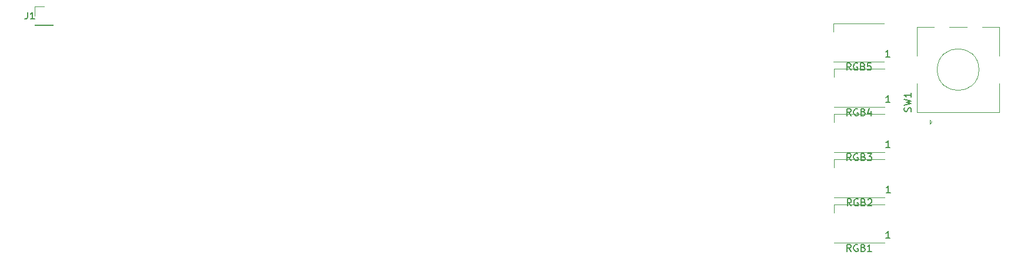
<source format=gto>
G04 #@! TF.GenerationSoftware,KiCad,Pcbnew,5.1.8-db9833491~87~ubuntu20.04.1*
G04 #@! TF.CreationDate,2020-11-06T21:32:35-08:00*
G04 #@! TF.ProjectId,Program Yoink,50726f67-7261-46d2-9059-6f696e6b2e6b,rev?*
G04 #@! TF.SameCoordinates,Original*
G04 #@! TF.FileFunction,Legend,Top*
G04 #@! TF.FilePolarity,Positive*
%FSLAX46Y46*%
G04 Gerber Fmt 4.6, Leading zero omitted, Abs format (unit mm)*
G04 Created by KiCad (PCBNEW 5.1.8-db9833491~87~ubuntu20.04.1) date 2020-11-06 21:32:35*
%MOMM*%
%LPD*%
G01*
G04 APERTURE LIST*
%ADD10C,0.120000*%
%ADD11C,0.150000*%
%ADD12C,0.752000*%
%ADD13O,1.102000X2.202000*%
%ADD14O,1.102000X1.702000*%
%ADD15C,4.089800*%
%ADD16C,1.852000*%
%ADD17C,2.102000*%
%ADD18C,3.150000*%
G04 APERTURE END LIST*
D10*
X-21777000Y259775000D02*
X-20447000Y259775000D01*
X-21777000Y258445000D02*
X-21777000Y259775000D01*
X-21777000Y257175000D02*
X-19117000Y257175000D01*
X-19117000Y257175000D02*
X-19117000Y257115000D01*
X-21777000Y257175000D02*
X-21777000Y257115000D01*
X-21777000Y257115000D02*
X-19117000Y257115000D01*
X111138400Y250198000D02*
X111138400Y251198000D01*
X110638400Y250698000D02*
X111638400Y250698000D01*
X114638400Y256798000D02*
X117038400Y256798000D01*
X109838400Y256798000D02*
X112438400Y256798000D01*
X105238400Y256798000D02*
X107638400Y256798000D01*
X107038400Y243498000D02*
X107338400Y243198000D01*
X107038400Y242898000D02*
X107038400Y243498000D01*
X107338400Y243198000D02*
X107038400Y242898000D01*
X105238400Y244598000D02*
X117038400Y244598000D01*
X105238400Y248698000D02*
X105238400Y244598000D01*
X117038400Y248698000D02*
X117038400Y244598000D01*
X117038400Y256798000D02*
X117038400Y252698000D01*
X105238400Y252698000D02*
X105238400Y256798000D01*
X114138400Y250698000D02*
G75*
G03*
X114138400Y250698000I-3000000J0D01*
G01*
X100514000Y251834000D02*
X93214000Y251834000D01*
X100514000Y257334000D02*
X93214000Y257334000D01*
X93214000Y257334000D02*
X93214000Y256184000D01*
X100551000Y245281000D02*
X93251000Y245281000D01*
X100551000Y250781000D02*
X93251000Y250781000D01*
X93251000Y250781000D02*
X93251000Y249631000D01*
X100551000Y238804000D02*
X93251000Y238804000D01*
X100551000Y244304000D02*
X93251000Y244304000D01*
X93251000Y244304000D02*
X93251000Y243154000D01*
X100588000Y232276000D02*
X93288000Y232276000D01*
X100588000Y237776000D02*
X93288000Y237776000D01*
X93288000Y237776000D02*
X93288000Y236626000D01*
X100551000Y225723000D02*
X93251000Y225723000D01*
X100551000Y231223000D02*
X93251000Y231223000D01*
X93251000Y231223000D02*
X93251000Y230073000D01*
D11*
X-22812333Y258992619D02*
X-22812333Y258278333D01*
X-22859952Y258135476D01*
X-22955190Y258040238D01*
X-23098047Y257992619D01*
X-23193285Y257992619D01*
X-21812333Y257992619D02*
X-22383761Y257992619D01*
X-22098047Y257992619D02*
X-22098047Y258992619D01*
X-22193285Y258849761D01*
X-22288523Y258754523D01*
X-22383761Y258706904D01*
X104343161Y244664666D02*
X104390780Y244807523D01*
X104390780Y245045619D01*
X104343161Y245140857D01*
X104295542Y245188476D01*
X104200304Y245236095D01*
X104105066Y245236095D01*
X104009828Y245188476D01*
X103962209Y245140857D01*
X103914590Y245045619D01*
X103866971Y244855142D01*
X103819352Y244759904D01*
X103771733Y244712285D01*
X103676495Y244664666D01*
X103581257Y244664666D01*
X103486019Y244712285D01*
X103438400Y244759904D01*
X103390780Y244855142D01*
X103390780Y245093238D01*
X103438400Y245236095D01*
X103390780Y245569428D02*
X104390780Y245807523D01*
X103676495Y245998000D01*
X104390780Y246188476D01*
X103390780Y246426571D01*
X104390780Y247331333D02*
X104390780Y246759904D01*
X104390780Y247045619D02*
X103390780Y247045619D01*
X103533638Y246950380D01*
X103628876Y246855142D01*
X103676495Y246759904D01*
X95697333Y250631619D02*
X95364000Y251107809D01*
X95125904Y250631619D02*
X95125904Y251631619D01*
X95506857Y251631619D01*
X95602095Y251584000D01*
X95649714Y251536380D01*
X95697333Y251441142D01*
X95697333Y251298285D01*
X95649714Y251203047D01*
X95602095Y251155428D01*
X95506857Y251107809D01*
X95125904Y251107809D01*
X96649714Y251584000D02*
X96554476Y251631619D01*
X96411619Y251631619D01*
X96268761Y251584000D01*
X96173523Y251488761D01*
X96125904Y251393523D01*
X96078285Y251203047D01*
X96078285Y251060190D01*
X96125904Y250869714D01*
X96173523Y250774476D01*
X96268761Y250679238D01*
X96411619Y250631619D01*
X96506857Y250631619D01*
X96649714Y250679238D01*
X96697333Y250726857D01*
X96697333Y251060190D01*
X96506857Y251060190D01*
X97459238Y251155428D02*
X97602095Y251107809D01*
X97649714Y251060190D01*
X97697333Y250964952D01*
X97697333Y250822095D01*
X97649714Y250726857D01*
X97602095Y250679238D01*
X97506857Y250631619D01*
X97125904Y250631619D01*
X97125904Y251631619D01*
X97459238Y251631619D01*
X97554476Y251584000D01*
X97602095Y251536380D01*
X97649714Y251441142D01*
X97649714Y251345904D01*
X97602095Y251250666D01*
X97554476Y251203047D01*
X97459238Y251155428D01*
X97125904Y251155428D01*
X98602095Y251631619D02*
X98125904Y251631619D01*
X98078285Y251155428D01*
X98125904Y251203047D01*
X98221142Y251250666D01*
X98459238Y251250666D01*
X98554476Y251203047D01*
X98602095Y251155428D01*
X98649714Y251060190D01*
X98649714Y250822095D01*
X98602095Y250726857D01*
X98554476Y250679238D01*
X98459238Y250631619D01*
X98221142Y250631619D01*
X98125904Y250679238D01*
X98078285Y250726857D01*
X101299714Y252531619D02*
X100728285Y252531619D01*
X101014000Y252531619D02*
X101014000Y253531619D01*
X100918761Y253388761D01*
X100823523Y253293523D01*
X100728285Y253245904D01*
X95734333Y244078619D02*
X95401000Y244554809D01*
X95162904Y244078619D02*
X95162904Y245078619D01*
X95543857Y245078619D01*
X95639095Y245031000D01*
X95686714Y244983380D01*
X95734333Y244888142D01*
X95734333Y244745285D01*
X95686714Y244650047D01*
X95639095Y244602428D01*
X95543857Y244554809D01*
X95162904Y244554809D01*
X96686714Y245031000D02*
X96591476Y245078619D01*
X96448619Y245078619D01*
X96305761Y245031000D01*
X96210523Y244935761D01*
X96162904Y244840523D01*
X96115285Y244650047D01*
X96115285Y244507190D01*
X96162904Y244316714D01*
X96210523Y244221476D01*
X96305761Y244126238D01*
X96448619Y244078619D01*
X96543857Y244078619D01*
X96686714Y244126238D01*
X96734333Y244173857D01*
X96734333Y244507190D01*
X96543857Y244507190D01*
X97496238Y244602428D02*
X97639095Y244554809D01*
X97686714Y244507190D01*
X97734333Y244411952D01*
X97734333Y244269095D01*
X97686714Y244173857D01*
X97639095Y244126238D01*
X97543857Y244078619D01*
X97162904Y244078619D01*
X97162904Y245078619D01*
X97496238Y245078619D01*
X97591476Y245031000D01*
X97639095Y244983380D01*
X97686714Y244888142D01*
X97686714Y244792904D01*
X97639095Y244697666D01*
X97591476Y244650047D01*
X97496238Y244602428D01*
X97162904Y244602428D01*
X98591476Y244745285D02*
X98591476Y244078619D01*
X98353380Y245126238D02*
X98115285Y244411952D01*
X98734333Y244411952D01*
X101336714Y245978619D02*
X100765285Y245978619D01*
X101051000Y245978619D02*
X101051000Y246978619D01*
X100955761Y246835761D01*
X100860523Y246740523D01*
X100765285Y246692904D01*
X95734333Y237601619D02*
X95401000Y238077809D01*
X95162904Y237601619D02*
X95162904Y238601619D01*
X95543857Y238601619D01*
X95639095Y238554000D01*
X95686714Y238506380D01*
X95734333Y238411142D01*
X95734333Y238268285D01*
X95686714Y238173047D01*
X95639095Y238125428D01*
X95543857Y238077809D01*
X95162904Y238077809D01*
X96686714Y238554000D02*
X96591476Y238601619D01*
X96448619Y238601619D01*
X96305761Y238554000D01*
X96210523Y238458761D01*
X96162904Y238363523D01*
X96115285Y238173047D01*
X96115285Y238030190D01*
X96162904Y237839714D01*
X96210523Y237744476D01*
X96305761Y237649238D01*
X96448619Y237601619D01*
X96543857Y237601619D01*
X96686714Y237649238D01*
X96734333Y237696857D01*
X96734333Y238030190D01*
X96543857Y238030190D01*
X97496238Y238125428D02*
X97639095Y238077809D01*
X97686714Y238030190D01*
X97734333Y237934952D01*
X97734333Y237792095D01*
X97686714Y237696857D01*
X97639095Y237649238D01*
X97543857Y237601619D01*
X97162904Y237601619D01*
X97162904Y238601619D01*
X97496238Y238601619D01*
X97591476Y238554000D01*
X97639095Y238506380D01*
X97686714Y238411142D01*
X97686714Y238315904D01*
X97639095Y238220666D01*
X97591476Y238173047D01*
X97496238Y238125428D01*
X97162904Y238125428D01*
X98067666Y238601619D02*
X98686714Y238601619D01*
X98353380Y238220666D01*
X98496238Y238220666D01*
X98591476Y238173047D01*
X98639095Y238125428D01*
X98686714Y238030190D01*
X98686714Y237792095D01*
X98639095Y237696857D01*
X98591476Y237649238D01*
X98496238Y237601619D01*
X98210523Y237601619D01*
X98115285Y237649238D01*
X98067666Y237696857D01*
X101336714Y239501619D02*
X100765285Y239501619D01*
X101051000Y239501619D02*
X101051000Y240501619D01*
X100955761Y240358761D01*
X100860523Y240263523D01*
X100765285Y240215904D01*
X95771333Y231073619D02*
X95438000Y231549809D01*
X95199904Y231073619D02*
X95199904Y232073619D01*
X95580857Y232073619D01*
X95676095Y232026000D01*
X95723714Y231978380D01*
X95771333Y231883142D01*
X95771333Y231740285D01*
X95723714Y231645047D01*
X95676095Y231597428D01*
X95580857Y231549809D01*
X95199904Y231549809D01*
X96723714Y232026000D02*
X96628476Y232073619D01*
X96485619Y232073619D01*
X96342761Y232026000D01*
X96247523Y231930761D01*
X96199904Y231835523D01*
X96152285Y231645047D01*
X96152285Y231502190D01*
X96199904Y231311714D01*
X96247523Y231216476D01*
X96342761Y231121238D01*
X96485619Y231073619D01*
X96580857Y231073619D01*
X96723714Y231121238D01*
X96771333Y231168857D01*
X96771333Y231502190D01*
X96580857Y231502190D01*
X97533238Y231597428D02*
X97676095Y231549809D01*
X97723714Y231502190D01*
X97771333Y231406952D01*
X97771333Y231264095D01*
X97723714Y231168857D01*
X97676095Y231121238D01*
X97580857Y231073619D01*
X97199904Y231073619D01*
X97199904Y232073619D01*
X97533238Y232073619D01*
X97628476Y232026000D01*
X97676095Y231978380D01*
X97723714Y231883142D01*
X97723714Y231787904D01*
X97676095Y231692666D01*
X97628476Y231645047D01*
X97533238Y231597428D01*
X97199904Y231597428D01*
X98152285Y231978380D02*
X98199904Y232026000D01*
X98295142Y232073619D01*
X98533238Y232073619D01*
X98628476Y232026000D01*
X98676095Y231978380D01*
X98723714Y231883142D01*
X98723714Y231787904D01*
X98676095Y231645047D01*
X98104666Y231073619D01*
X98723714Y231073619D01*
X101373714Y232973619D02*
X100802285Y232973619D01*
X101088000Y232973619D02*
X101088000Y233973619D01*
X100992761Y233830761D01*
X100897523Y233735523D01*
X100802285Y233687904D01*
X95734333Y224520619D02*
X95401000Y224996809D01*
X95162904Y224520619D02*
X95162904Y225520619D01*
X95543857Y225520619D01*
X95639095Y225473000D01*
X95686714Y225425380D01*
X95734333Y225330142D01*
X95734333Y225187285D01*
X95686714Y225092047D01*
X95639095Y225044428D01*
X95543857Y224996809D01*
X95162904Y224996809D01*
X96686714Y225473000D02*
X96591476Y225520619D01*
X96448619Y225520619D01*
X96305761Y225473000D01*
X96210523Y225377761D01*
X96162904Y225282523D01*
X96115285Y225092047D01*
X96115285Y224949190D01*
X96162904Y224758714D01*
X96210523Y224663476D01*
X96305761Y224568238D01*
X96448619Y224520619D01*
X96543857Y224520619D01*
X96686714Y224568238D01*
X96734333Y224615857D01*
X96734333Y224949190D01*
X96543857Y224949190D01*
X97496238Y225044428D02*
X97639095Y224996809D01*
X97686714Y224949190D01*
X97734333Y224853952D01*
X97734333Y224711095D01*
X97686714Y224615857D01*
X97639095Y224568238D01*
X97543857Y224520619D01*
X97162904Y224520619D01*
X97162904Y225520619D01*
X97496238Y225520619D01*
X97591476Y225473000D01*
X97639095Y225425380D01*
X97686714Y225330142D01*
X97686714Y225234904D01*
X97639095Y225139666D01*
X97591476Y225092047D01*
X97496238Y225044428D01*
X97162904Y225044428D01*
X98686714Y224520619D02*
X98115285Y224520619D01*
X98401000Y224520619D02*
X98401000Y225520619D01*
X98305761Y225377761D01*
X98210523Y225282523D01*
X98115285Y225234904D01*
X101336714Y226420619D02*
X100765285Y226420619D01*
X101051000Y226420619D02*
X101051000Y227420619D01*
X100955761Y227277761D01*
X100860523Y227182523D01*
X100765285Y227134904D01*
%LPC*%
D12*
X-285000Y258037000D03*
X-6065000Y258037000D03*
D13*
X-7495000Y257507000D03*
X1145000Y257507000D03*
D14*
X-7495000Y261687000D03*
X1145000Y261687000D03*
D15*
X6350000Y250825000D03*
D16*
X1270000Y250825000D03*
X11430000Y250825000D03*
G36*
G01*
X-21348000Y257595000D02*
X-21348000Y259295000D01*
G75*
G02*
X-21297000Y259346000I51000J0D01*
G01*
X-19597000Y259346000D01*
G75*
G02*
X-19546000Y259295000I0J-51000D01*
G01*
X-19546000Y257595000D01*
G75*
G02*
X-19597000Y257544000I-51000J0D01*
G01*
X-21297000Y257544000D01*
G75*
G02*
X-21348000Y257595000I0J51000D01*
G01*
G37*
D15*
X75406250Y231775000D03*
D16*
X70326250Y231775000D03*
X80486250Y231775000D03*
G36*
G01*
X109638400Y242147000D02*
X107638400Y242147000D01*
G75*
G02*
X107587400Y242198000I0J51000D01*
G01*
X107587400Y244198000D01*
G75*
G02*
X107638400Y244249000I51000J0D01*
G01*
X109638400Y244249000D01*
G75*
G02*
X109689400Y244198000I0J-51000D01*
G01*
X109689400Y242198000D01*
G75*
G02*
X109638400Y242147000I-51000J0D01*
G01*
G37*
D17*
X111138400Y243198000D03*
X113638400Y243198000D03*
G36*
G01*
X106538400Y249047000D02*
X104538400Y249047000D01*
G75*
G02*
X104487400Y249098000I0J51000D01*
G01*
X104487400Y252298000D01*
G75*
G02*
X104538400Y252349000I51000J0D01*
G01*
X106538400Y252349000D01*
G75*
G02*
X106589400Y252298000I0J-51000D01*
G01*
X106589400Y249098000D01*
G75*
G02*
X106538400Y249047000I-51000J0D01*
G01*
G37*
G36*
G01*
X117738400Y249047000D02*
X115738400Y249047000D01*
G75*
G02*
X115687400Y249098000I0J51000D01*
G01*
X115687400Y252298000D01*
G75*
G02*
X115738400Y252349000I51000J0D01*
G01*
X117738400Y252349000D01*
G75*
G02*
X117789400Y252298000I0J-51000D01*
G01*
X117789400Y249098000D01*
G75*
G02*
X117738400Y249047000I-51000J0D01*
G01*
G37*
X108638400Y257698000D03*
X113638400Y257698000D03*
G36*
G01*
X100115000Y253484000D02*
X100115000Y252484000D01*
G75*
G02*
X100064000Y252433000I-51000J0D01*
G01*
X98564000Y252433000D01*
G75*
G02*
X98513000Y252484000I0J51000D01*
G01*
X98513000Y253484000D01*
G75*
G02*
X98564000Y253535000I51000J0D01*
G01*
X100064000Y253535000D01*
G75*
G02*
X100115000Y253484000I0J-51000D01*
G01*
G37*
G36*
G01*
X100115000Y256684000D02*
X100115000Y255684000D01*
G75*
G02*
X100064000Y255633000I-51000J0D01*
G01*
X98564000Y255633000D01*
G75*
G02*
X98513000Y255684000I0J51000D01*
G01*
X98513000Y256684000D01*
G75*
G02*
X98564000Y256735000I51000J0D01*
G01*
X100064000Y256735000D01*
G75*
G02*
X100115000Y256684000I0J-51000D01*
G01*
G37*
G36*
G01*
X95215000Y253484000D02*
X95215000Y252484000D01*
G75*
G02*
X95164000Y252433000I-51000J0D01*
G01*
X93664000Y252433000D01*
G75*
G02*
X93613000Y252484000I0J51000D01*
G01*
X93613000Y253484000D01*
G75*
G02*
X93664000Y253535000I51000J0D01*
G01*
X95164000Y253535000D01*
G75*
G02*
X95215000Y253484000I0J-51000D01*
G01*
G37*
G36*
G01*
X95215000Y256684000D02*
X95215000Y255684000D01*
G75*
G02*
X95164000Y255633000I-51000J0D01*
G01*
X93664000Y255633000D01*
G75*
G02*
X93613000Y255684000I0J51000D01*
G01*
X93613000Y256684000D01*
G75*
G02*
X93664000Y256735000I51000J0D01*
G01*
X95164000Y256735000D01*
G75*
G02*
X95215000Y256684000I0J-51000D01*
G01*
G37*
G36*
G01*
X100152000Y246931000D02*
X100152000Y245931000D01*
G75*
G02*
X100101000Y245880000I-51000J0D01*
G01*
X98601000Y245880000D01*
G75*
G02*
X98550000Y245931000I0J51000D01*
G01*
X98550000Y246931000D01*
G75*
G02*
X98601000Y246982000I51000J0D01*
G01*
X100101000Y246982000D01*
G75*
G02*
X100152000Y246931000I0J-51000D01*
G01*
G37*
G36*
G01*
X100152000Y250131000D02*
X100152000Y249131000D01*
G75*
G02*
X100101000Y249080000I-51000J0D01*
G01*
X98601000Y249080000D01*
G75*
G02*
X98550000Y249131000I0J51000D01*
G01*
X98550000Y250131000D01*
G75*
G02*
X98601000Y250182000I51000J0D01*
G01*
X100101000Y250182000D01*
G75*
G02*
X100152000Y250131000I0J-51000D01*
G01*
G37*
G36*
G01*
X95252000Y246931000D02*
X95252000Y245931000D01*
G75*
G02*
X95201000Y245880000I-51000J0D01*
G01*
X93701000Y245880000D01*
G75*
G02*
X93650000Y245931000I0J51000D01*
G01*
X93650000Y246931000D01*
G75*
G02*
X93701000Y246982000I51000J0D01*
G01*
X95201000Y246982000D01*
G75*
G02*
X95252000Y246931000I0J-51000D01*
G01*
G37*
G36*
G01*
X95252000Y250131000D02*
X95252000Y249131000D01*
G75*
G02*
X95201000Y249080000I-51000J0D01*
G01*
X93701000Y249080000D01*
G75*
G02*
X93650000Y249131000I0J51000D01*
G01*
X93650000Y250131000D01*
G75*
G02*
X93701000Y250182000I51000J0D01*
G01*
X95201000Y250182000D01*
G75*
G02*
X95252000Y250131000I0J-51000D01*
G01*
G37*
G36*
G01*
X100152000Y240454000D02*
X100152000Y239454000D01*
G75*
G02*
X100101000Y239403000I-51000J0D01*
G01*
X98601000Y239403000D01*
G75*
G02*
X98550000Y239454000I0J51000D01*
G01*
X98550000Y240454000D01*
G75*
G02*
X98601000Y240505000I51000J0D01*
G01*
X100101000Y240505000D01*
G75*
G02*
X100152000Y240454000I0J-51000D01*
G01*
G37*
G36*
G01*
X100152000Y243654000D02*
X100152000Y242654000D01*
G75*
G02*
X100101000Y242603000I-51000J0D01*
G01*
X98601000Y242603000D01*
G75*
G02*
X98550000Y242654000I0J51000D01*
G01*
X98550000Y243654000D01*
G75*
G02*
X98601000Y243705000I51000J0D01*
G01*
X100101000Y243705000D01*
G75*
G02*
X100152000Y243654000I0J-51000D01*
G01*
G37*
G36*
G01*
X95252000Y240454000D02*
X95252000Y239454000D01*
G75*
G02*
X95201000Y239403000I-51000J0D01*
G01*
X93701000Y239403000D01*
G75*
G02*
X93650000Y239454000I0J51000D01*
G01*
X93650000Y240454000D01*
G75*
G02*
X93701000Y240505000I51000J0D01*
G01*
X95201000Y240505000D01*
G75*
G02*
X95252000Y240454000I0J-51000D01*
G01*
G37*
G36*
G01*
X95252000Y243654000D02*
X95252000Y242654000D01*
G75*
G02*
X95201000Y242603000I-51000J0D01*
G01*
X93701000Y242603000D01*
G75*
G02*
X93650000Y242654000I0J51000D01*
G01*
X93650000Y243654000D01*
G75*
G02*
X93701000Y243705000I51000J0D01*
G01*
X95201000Y243705000D01*
G75*
G02*
X95252000Y243654000I0J-51000D01*
G01*
G37*
G36*
G01*
X100189000Y233926000D02*
X100189000Y232926000D01*
G75*
G02*
X100138000Y232875000I-51000J0D01*
G01*
X98638000Y232875000D01*
G75*
G02*
X98587000Y232926000I0J51000D01*
G01*
X98587000Y233926000D01*
G75*
G02*
X98638000Y233977000I51000J0D01*
G01*
X100138000Y233977000D01*
G75*
G02*
X100189000Y233926000I0J-51000D01*
G01*
G37*
G36*
G01*
X100189000Y237126000D02*
X100189000Y236126000D01*
G75*
G02*
X100138000Y236075000I-51000J0D01*
G01*
X98638000Y236075000D01*
G75*
G02*
X98587000Y236126000I0J51000D01*
G01*
X98587000Y237126000D01*
G75*
G02*
X98638000Y237177000I51000J0D01*
G01*
X100138000Y237177000D01*
G75*
G02*
X100189000Y237126000I0J-51000D01*
G01*
G37*
G36*
G01*
X95289000Y233926000D02*
X95289000Y232926000D01*
G75*
G02*
X95238000Y232875000I-51000J0D01*
G01*
X93738000Y232875000D01*
G75*
G02*
X93687000Y232926000I0J51000D01*
G01*
X93687000Y233926000D01*
G75*
G02*
X93738000Y233977000I51000J0D01*
G01*
X95238000Y233977000D01*
G75*
G02*
X95289000Y233926000I0J-51000D01*
G01*
G37*
G36*
G01*
X95289000Y237126000D02*
X95289000Y236126000D01*
G75*
G02*
X95238000Y236075000I-51000J0D01*
G01*
X93738000Y236075000D01*
G75*
G02*
X93687000Y236126000I0J51000D01*
G01*
X93687000Y237126000D01*
G75*
G02*
X93738000Y237177000I51000J0D01*
G01*
X95238000Y237177000D01*
G75*
G02*
X95289000Y237126000I0J-51000D01*
G01*
G37*
G36*
G01*
X100152000Y227373000D02*
X100152000Y226373000D01*
G75*
G02*
X100101000Y226322000I-51000J0D01*
G01*
X98601000Y226322000D01*
G75*
G02*
X98550000Y226373000I0J51000D01*
G01*
X98550000Y227373000D01*
G75*
G02*
X98601000Y227424000I51000J0D01*
G01*
X100101000Y227424000D01*
G75*
G02*
X100152000Y227373000I0J-51000D01*
G01*
G37*
G36*
G01*
X100152000Y230573000D02*
X100152000Y229573000D01*
G75*
G02*
X100101000Y229522000I-51000J0D01*
G01*
X98601000Y229522000D01*
G75*
G02*
X98550000Y229573000I0J51000D01*
G01*
X98550000Y230573000D01*
G75*
G02*
X98601000Y230624000I51000J0D01*
G01*
X100101000Y230624000D01*
G75*
G02*
X100152000Y230573000I0J-51000D01*
G01*
G37*
G36*
G01*
X95252000Y227373000D02*
X95252000Y226373000D01*
G75*
G02*
X95201000Y226322000I-51000J0D01*
G01*
X93701000Y226322000D01*
G75*
G02*
X93650000Y226373000I0J51000D01*
G01*
X93650000Y227373000D01*
G75*
G02*
X93701000Y227424000I51000J0D01*
G01*
X95201000Y227424000D01*
G75*
G02*
X95252000Y227373000I0J-51000D01*
G01*
G37*
G36*
G01*
X95252000Y230573000D02*
X95252000Y229573000D01*
G75*
G02*
X95201000Y229522000I-51000J0D01*
G01*
X93701000Y229522000D01*
G75*
G02*
X93650000Y229573000I0J51000D01*
G01*
X93650000Y230573000D01*
G75*
G02*
X93701000Y230624000I51000J0D01*
G01*
X95201000Y230624000D01*
G75*
G02*
X95252000Y230573000I0J-51000D01*
G01*
G37*
D15*
X68262500Y188912500D03*
D16*
X63182500Y188912500D03*
X73342500Y188912500D03*
D15*
X42068750Y193675000D03*
D16*
X36988750Y193675000D03*
X47148750Y193675000D03*
D15*
X-29368750Y193675000D03*
D16*
X-34448750Y193675000D03*
X-24288750Y193675000D03*
D18*
X-79368650Y186690000D03*
X20631150Y186690000D03*
D15*
X-79368650Y201930000D03*
X20631150Y201930000D03*
X-100806250Y193675000D03*
D16*
X-105886250Y193675000D03*
X-95726250Y193675000D03*
D15*
X-124618750Y193675000D03*
D16*
X-129698750Y193675000D03*
X-119538750Y193675000D03*
D15*
X106362500Y188912500D03*
D16*
X101282500Y188912500D03*
X111442500Y188912500D03*
D15*
X87312500Y188912500D03*
D16*
X82232500Y188912500D03*
X92392500Y188912500D03*
D15*
X44450000Y193675000D03*
D16*
X39370000Y193675000D03*
X49530000Y193675000D03*
D15*
X25400000Y193675000D03*
D16*
X20320000Y193675000D03*
X30480000Y193675000D03*
D15*
X-5556250Y193675000D03*
D16*
X-10636250Y193675000D03*
X-476250Y193675000D03*
D18*
X-17462500Y186690000D03*
X6350000Y186690000D03*
D15*
X-17462500Y201930000D03*
X6350000Y201930000D03*
X-31750000Y193675000D03*
D16*
X-36830000Y193675000D03*
X-26670000Y193675000D03*
D18*
X-88900000Y186690000D03*
X25400000Y186690000D03*
D15*
X-88900000Y201930000D03*
X25400000Y201930000D03*
X-53181250Y193675000D03*
D16*
X-58261250Y193675000D03*
X-48101250Y193675000D03*
D18*
X-65087500Y186690000D03*
X-41275000Y186690000D03*
D15*
X-65087500Y201930000D03*
X-41275000Y201930000D03*
X-88900000Y193675000D03*
D16*
X-93980000Y193675000D03*
X-83820000Y193675000D03*
D15*
X-107950000Y193675000D03*
D16*
X-113030000Y193675000D03*
X-102870000Y193675000D03*
D15*
X-127000000Y193675000D03*
D16*
X-132080000Y193675000D03*
X-121920000Y193675000D03*
D15*
X111125000Y212725000D03*
D16*
X106045000Y212725000D03*
X116205000Y212725000D03*
D15*
X87312500Y207962500D03*
D16*
X82232500Y207962500D03*
X92392500Y207962500D03*
D15*
X61118750Y212725000D03*
D16*
X56038750Y212725000D03*
X66198750Y212725000D03*
D15*
X39687500Y212725000D03*
D16*
X34607500Y212725000D03*
X44767500Y212725000D03*
D15*
X20637500Y212725000D03*
D16*
X15557500Y212725000D03*
X25717500Y212725000D03*
D15*
X1587500Y212725000D03*
D16*
X-3492500Y212725000D03*
X6667500Y212725000D03*
D15*
X-17462500Y212725000D03*
D16*
X-22542500Y212725000D03*
X-12382500Y212725000D03*
D15*
X-36512500Y212725000D03*
D16*
X-41592500Y212725000D03*
X-31432500Y212725000D03*
D15*
X-55562500Y212725000D03*
D16*
X-60642500Y212725000D03*
X-50482500Y212725000D03*
D15*
X-74612500Y212725000D03*
D16*
X-79692500Y212725000D03*
X-69532500Y212725000D03*
D15*
X-93662500Y212725000D03*
D16*
X-98742500Y212725000D03*
X-88582500Y212725000D03*
D15*
X-119856250Y212725000D03*
D16*
X-124936250Y212725000D03*
X-114776250Y212725000D03*
D15*
X111125000Y231775000D03*
D16*
X106045000Y231775000D03*
X116205000Y231775000D03*
D15*
X49212500Y231775000D03*
D16*
X44132500Y231775000D03*
X54292500Y231775000D03*
D15*
X30162500Y231775000D03*
D16*
X25082500Y231775000D03*
X35242500Y231775000D03*
D15*
X11112500Y231775000D03*
D16*
X6032500Y231775000D03*
X16192500Y231775000D03*
D15*
X-7937500Y231775000D03*
D16*
X-13017500Y231775000D03*
X-2857500Y231775000D03*
D15*
X-26987500Y231775000D03*
D16*
X-32067500Y231775000D03*
X-21907500Y231775000D03*
D15*
X-46037500Y231775000D03*
D16*
X-51117500Y231775000D03*
X-40957500Y231775000D03*
D15*
X-65087500Y231775000D03*
D16*
X-70167500Y231775000D03*
X-60007500Y231775000D03*
D15*
X-84137500Y231775000D03*
D16*
X-89217500Y231775000D03*
X-79057500Y231775000D03*
D15*
X-103187500Y231775000D03*
D16*
X-108267500Y231775000D03*
X-98107500Y231775000D03*
D15*
X-124618750Y231775000D03*
D16*
X-129698750Y231775000D03*
X-119538750Y231775000D03*
D15*
X111125000Y250825000D03*
D16*
X106045000Y250825000D03*
X116205000Y250825000D03*
D15*
X82550000Y250825000D03*
D16*
X77470000Y250825000D03*
X87630000Y250825000D03*
D15*
X63500000Y250825000D03*
D16*
X58420000Y250825000D03*
X68580000Y250825000D03*
D15*
X44450000Y250825000D03*
D16*
X39370000Y250825000D03*
X49530000Y250825000D03*
D15*
X25400000Y250825000D03*
D16*
X20320000Y250825000D03*
X30480000Y250825000D03*
D15*
X-12700000Y250825000D03*
D16*
X-17780000Y250825000D03*
X-7620000Y250825000D03*
D15*
X-31750000Y250825000D03*
D16*
X-36830000Y250825000D03*
X-26670000Y250825000D03*
D15*
X-50800000Y250825000D03*
D16*
X-55880000Y250825000D03*
X-45720000Y250825000D03*
D15*
X-69850000Y250825000D03*
D16*
X-74930000Y250825000D03*
X-64770000Y250825000D03*
D15*
X-88900000Y250825000D03*
D16*
X-93980000Y250825000D03*
X-83820000Y250825000D03*
D15*
X-107950000Y250825000D03*
D16*
X-113030000Y250825000D03*
X-102870000Y250825000D03*
D15*
X-127000000Y250825000D03*
D16*
X-132080000Y250825000D03*
X-121920000Y250825000D03*
M02*

</source>
